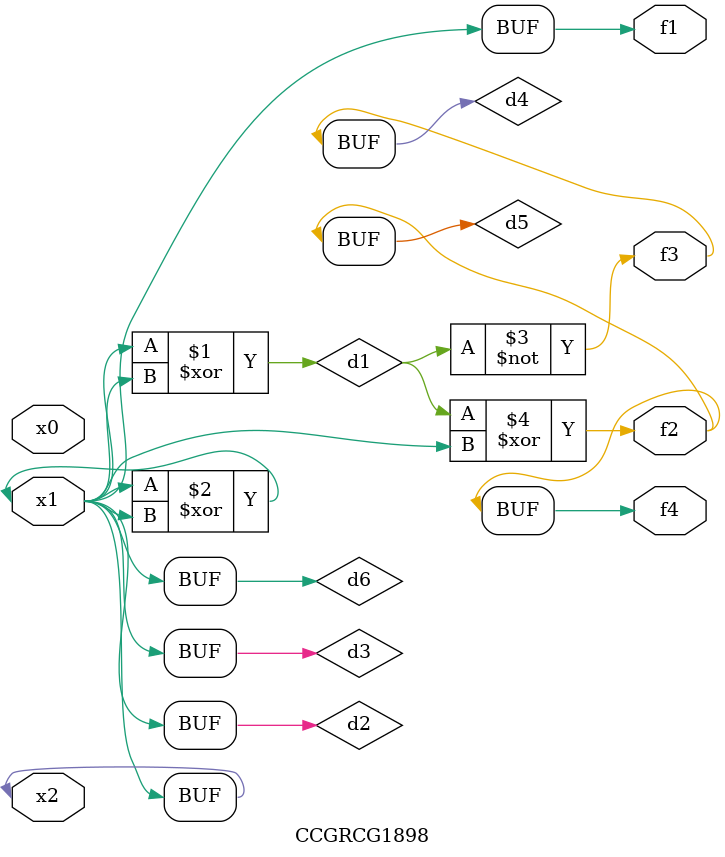
<source format=v>
module CCGRCG1898(
	input x0, x1, x2,
	output f1, f2, f3, f4
);

	wire d1, d2, d3, d4, d5, d6;

	xor (d1, x1, x2);
	buf (d2, x1, x2);
	xor (d3, x1, x2);
	nor (d4, d1);
	xor (d5, d1, d2);
	buf (d6, d2, d3);
	assign f1 = d6;
	assign f2 = d5;
	assign f3 = d4;
	assign f4 = d5;
endmodule

</source>
